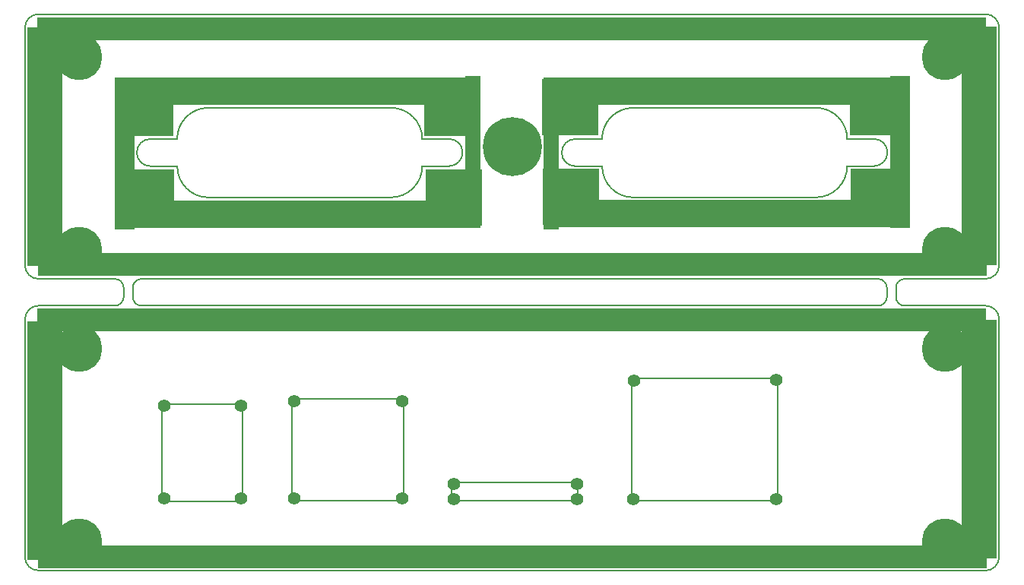
<source format=gbr>
%FSLAX36Y36*%
%MOMM*%
G04 EasyPC Gerber Version 18.0.8 Build 3632 *
%ADD78R,1.66000X16.91000*%
%ADD77R,2.16000X16.91000*%
%ADD27R,3.91000X26.66000*%
%ADD11C,0.12700*%
%ADD83C,1.41000*%
%ADD13C,5.16000*%
%ADD23R,105.66000X2.66000*%
%ADD75R,39.36000X3.16000*%
%ADD76R,6.36000X6.36000*%
%ADD86C,6.57000*%
X0Y0D02*
D02*
D11*
X41512700Y97411500D02*
G75*
G03X40012700Y95911500J-1500000D01*
G01*
Y69411500*
G75*
G03X41512700Y67911500I1500000*
G01*
X50012700*
G75*
G02X51012700Y66911500J-1000000*
G01*
Y65911500*
G75*
G02X50012700Y64911500I-1000000*
G01*
X41512700*
G75*
G03X40012700Y63411500J-1500000*
G01*
Y36911500*
G75*
G03X41512700Y35411500I1500000*
G01*
X147012700*
G75*
G03X148512700Y36911500J1500000*
G01*
Y63411500*
G75*
G03X147012700Y64911500I-1500000*
G01*
X138012700*
G75*
G02X137012700Y65911500J1000000*
G01*
Y66911500*
G75*
G02X138012700Y67911500I1000000*
G01*
X147012700*
G75*
G03X148512700Y69411500J1500000*
G01*
Y95911500*
G75*
G03X147012700Y97411500I-1500000*
G01*
X41512700*
X53012700Y67911500D02*
G75*
G03X52012700Y66911500J-1000000D01*
G01*
Y65911500*
G75*
G03X53012700Y64911500I1000000*
G01*
X135012700*
G75*
G03X136012700Y65911500J1000000*
G01*
Y66911500*
G75*
G03X135012700Y67911500I-1000000*
G01*
X53012700*
X55762700Y53911500D02*
G75*
G03X55262700Y53411500J-500000D01*
G01*
Y43511500*
G75*
G03X55662700Y43111500I400000*
G01*
X63862700*
G75*
G03X64262700Y43511500J400000*
G01*
Y53411500*
G75*
G03X63762700Y53911500I-500000*
G01*
X55762700*
X60441700Y86976500D02*
G75*
G03X56957300Y83492100J-3484400D01*
G01*
X53962700*
G75*
G03X52474700Y82004100J-1488000*
G01*
Y81954500*
G75*
G03X53956500Y80472700I1481800*
G01*
X56975900*
Y80460300*
G75*
G03X60447900Y76988300I3472000*
G01*
X80765300*
G75*
G03X84262100Y80485100J3496800*
G01*
X87269100*
G75*
G03X88750900Y81966900J1481800*
G01*
Y82022700*
G75*
G03X87275300Y83498300I-1475600*
G01*
X84262100*
G75*
G03X80783900Y86976500I-3478200*
G01*
X60441700*
X70262700Y54511500D02*
G75*
G03X69762700Y54011500J-500000D01*
G01*
Y43711500*
G75*
G03X70262700Y43211500I500000*
G01*
X81712700*
G75*
G03X82212700Y43711500J500000*
G01*
Y54011500*
G75*
G03X81712700Y54511500I-500000*
G01*
X70262700*
X88062700Y45211500D02*
G75*
G03X87562700Y44711500J-500000D01*
G01*
Y43711500*
G75*
G03X88062700Y43211500I500000*
G01*
X101112700*
G75*
G03X101612700Y43711500J500000*
G01*
Y44711500*
G75*
G03X101112700Y45211500I-500000*
G01*
X88062700*
X107762700Y86976500D02*
G75*
G03X104278300Y83492100J-3484400D01*
G01*
X101283700*
G75*
G03X99795700Y82004100J-1488000*
G01*
Y81954500*
G75*
G03X101277500Y80472700I1481800*
G01*
X104296900*
Y80460300*
G75*
G03X107768900Y76988300I3472000*
G01*
X128086300*
G75*
G03X131583100Y80485100J3496800*
G01*
X134590100*
G75*
G03X136071900Y81966900J1481800*
G01*
Y82022700*
G75*
G03X134596300Y83498300I-1475600*
G01*
X131583100*
G75*
G03X128104900Y86976500I-3478200*
G01*
X107762700*
X108062700Y56811500D02*
G75*
G03X107562700Y56311500J-500000D01*
G01*
Y43711500*
G75*
G03X108062700Y43211500I500000*
G01*
X123312700*
G75*
G03X123812700Y43711500J500000*
G01*
Y56311500*
G75*
G03X123312700Y56811500I-500000*
G01*
X108062700*
D02*
D13*
X46012700Y38661500D03*
Y60161500D03*
Y71161500D03*
Y92661500D03*
X142512700Y38661500D03*
Y60161500D03*
Y71161500D03*
Y92661500D03*
D02*
D23*
X94212700Y95811500D03*
X94237700Y63311500D03*
X94262700Y69561500D03*
X94287700Y36961500D03*
D02*
D27*
X42187700Y82686500D03*
X42212700Y49886500D03*
X146287700Y82736500D03*
X146312700Y50011500D03*
D02*
D75*
X70362700Y88811500D03*
X70912700Y75136500D03*
X117562700Y88861500D03*
X118112700Y75186500D03*
D02*
D76*
X53362700Y86961500D03*
X53487700Y76986500D03*
X87637700Y86961500D03*
X87762700Y76986500D03*
X100712700Y87011500D03*
X100837700Y77036500D03*
X134987700Y87011500D03*
X135112700Y77036500D03*
D02*
D77*
X51087700Y81911500D03*
X137437700Y82086500D03*
D02*
D78*
X89887700D03*
X98587700Y81911500D03*
D02*
D83*
X55512700Y43411500D03*
Y53811500D03*
X64112700Y43411500D03*
Y53811500D03*
X70012700Y43411500D03*
Y54311500D03*
X82062700Y43411500D03*
Y54311500D03*
X87800200Y43374000D03*
Y45061500D03*
X101500200Y43361500D03*
Y45024000D03*
X107775200Y43374000D03*
X107812700Y56586500D03*
X123675200Y43374000D03*
X123687700Y56636500D03*
D02*
D86*
X94262700Y82661500D03*
X0Y0D02*
M02*

</source>
